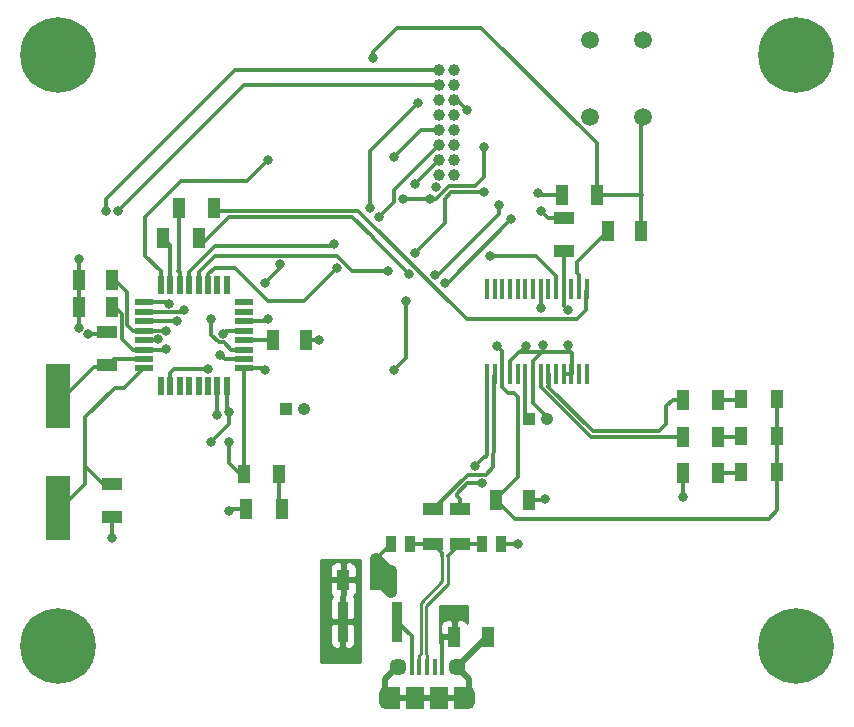
<source format=gtl>
G04 #@! TF.GenerationSoftware,KiCad,Pcbnew,(5.1.9)-1*
G04 #@! TF.CreationDate,2021-05-02T01:08:58+02:00*
G04 #@! TF.ProjectId,atmega32,61746d65-6761-4333-922e-6b696361645f,rev?*
G04 #@! TF.SameCoordinates,Original*
G04 #@! TF.FileFunction,Copper,L1,Top*
G04 #@! TF.FilePolarity,Positive*
%FSLAX46Y46*%
G04 Gerber Fmt 4.6, Leading zero omitted, Abs format (unit mm)*
G04 Created by KiCad (PCBNEW (5.1.9)-1) date 2021-05-02 01:08:58*
%MOMM*%
%LPD*%
G01*
G04 APERTURE LIST*
G04 #@! TA.AperFunction,ComponentPad*
%ADD10C,1.500000*%
G04 #@! TD*
G04 #@! TA.AperFunction,SMDPad,CuDef*
%ADD11R,1.020000X1.820000*%
G04 #@! TD*
G04 #@! TA.AperFunction,ComponentPad*
%ADD12R,1.050000X1.050000*%
G04 #@! TD*
G04 #@! TA.AperFunction,ComponentPad*
%ADD13C,1.050000*%
G04 #@! TD*
G04 #@! TA.AperFunction,SMDPad,CuDef*
%ADD14R,2.000000X5.500000*%
G04 #@! TD*
G04 #@! TA.AperFunction,SMDPad,CuDef*
%ADD15R,1.820000X1.020000*%
G04 #@! TD*
G04 #@! TA.AperFunction,SMDPad,CuDef*
%ADD16R,1.050000X1.800000*%
G04 #@! TD*
G04 #@! TA.AperFunction,SMDPad,CuDef*
%ADD17R,1.100000X1.550000*%
G04 #@! TD*
G04 #@! TA.AperFunction,ComponentPad*
%ADD18C,1.000000*%
G04 #@! TD*
G04 #@! TA.AperFunction,ComponentPad*
%ADD19C,0.800000*%
G04 #@! TD*
G04 #@! TA.AperFunction,ComponentPad*
%ADD20C,6.400000*%
G04 #@! TD*
G04 #@! TA.AperFunction,SMDPad,CuDef*
%ADD21R,1.700000X1.100000*%
G04 #@! TD*
G04 #@! TA.AperFunction,SMDPad,CuDef*
%ADD22R,1.100000X1.700000*%
G04 #@! TD*
G04 #@! TA.AperFunction,SMDPad,CuDef*
%ADD23R,0.850000X3.430000*%
G04 #@! TD*
G04 #@! TA.AperFunction,SMDPad,CuDef*
%ADD24R,0.960000X1.390000*%
G04 #@! TD*
G04 #@! TA.AperFunction,SMDPad,CuDef*
%ADD25R,0.450000X1.750000*%
G04 #@! TD*
G04 #@! TA.AperFunction,SMDPad,CuDef*
%ADD26R,0.550000X1.600000*%
G04 #@! TD*
G04 #@! TA.AperFunction,SMDPad,CuDef*
%ADD27R,1.600000X0.550000*%
G04 #@! TD*
G04 #@! TA.AperFunction,SMDPad,CuDef*
%ADD28R,1.200000X1.900000*%
G04 #@! TD*
G04 #@! TA.AperFunction,ComponentPad*
%ADD29O,1.200000X1.900000*%
G04 #@! TD*
G04 #@! TA.AperFunction,SMDPad,CuDef*
%ADD30R,1.500000X1.900000*%
G04 #@! TD*
G04 #@! TA.AperFunction,ComponentPad*
%ADD31C,1.450000*%
G04 #@! TD*
G04 #@! TA.AperFunction,SMDPad,CuDef*
%ADD32R,0.400000X1.350000*%
G04 #@! TD*
G04 #@! TA.AperFunction,ViaPad*
%ADD33C,0.800000*%
G04 #@! TD*
G04 #@! TA.AperFunction,Conductor*
%ADD34C,0.500000*%
G04 #@! TD*
G04 #@! TA.AperFunction,Conductor*
%ADD35C,0.300000*%
G04 #@! TD*
G04 #@! TA.AperFunction,Conductor*
%ADD36C,0.261112*%
G04 #@! TD*
G04 #@! TA.AperFunction,Conductor*
%ADD37C,1.000000*%
G04 #@! TD*
G04 #@! TA.AperFunction,Conductor*
%ADD38C,0.254000*%
G04 #@! TD*
G04 #@! TA.AperFunction,Conductor*
%ADD39C,0.100000*%
G04 #@! TD*
G04 APERTURE END LIST*
D10*
X147610000Y-102310000D03*
X147610000Y-95810000D03*
X152110000Y-102310000D03*
X152110000Y-95810000D03*
D11*
X123574000Y-121158000D03*
X120774000Y-121158000D03*
X104394000Y-118364000D03*
X107194000Y-118364000D03*
X104388000Y-116078000D03*
X107188000Y-116078000D03*
D12*
X121920000Y-127000000D03*
D13*
X123420000Y-127000000D03*
D14*
X102630000Y-125900000D03*
X102630000Y-135400000D03*
D15*
X106770000Y-123320000D03*
X106770000Y-120520000D03*
X107188000Y-133350000D03*
X107188000Y-136150000D03*
D16*
X121555000Y-135500000D03*
X118555000Y-135500000D03*
D17*
X118330000Y-132530000D03*
X121330000Y-132530000D03*
D16*
X148240000Y-108960000D03*
X145240000Y-108960000D03*
D11*
X151990000Y-111980000D03*
X149190000Y-111980000D03*
D16*
X111506000Y-112522000D03*
X114506000Y-112522000D03*
X112824000Y-109982000D03*
X115824000Y-109982000D03*
D11*
X139680000Y-134710000D03*
X142480000Y-134710000D03*
D16*
X155490000Y-132485000D03*
X158490000Y-132485000D03*
D17*
X163450000Y-132410000D03*
X160450000Y-132410000D03*
D12*
X142490000Y-127880000D03*
D13*
X143990000Y-127880000D03*
D18*
X136144000Y-107188000D03*
X134874000Y-107188000D03*
X136144000Y-105918000D03*
X134874000Y-105918000D03*
X136144000Y-104648000D03*
X134874000Y-104648000D03*
X136144000Y-103378000D03*
X134874000Y-103378000D03*
X136144000Y-102108000D03*
X134874000Y-102108000D03*
X136144000Y-100838000D03*
X134874000Y-100838000D03*
X136144000Y-99568000D03*
X134874000Y-99568000D03*
X136144000Y-98298000D03*
X134874000Y-98298000D03*
D19*
X166797056Y-145368944D03*
X165100000Y-144666000D03*
X163402944Y-145368944D03*
X162700000Y-147066000D03*
X163402944Y-148763056D03*
X165100000Y-149466000D03*
X166797056Y-148763056D03*
X167500000Y-147066000D03*
D20*
X165100000Y-147066000D03*
D19*
X166797056Y-95368944D03*
X165100000Y-94666000D03*
X163402944Y-95368944D03*
X162700000Y-97066000D03*
X163402944Y-98763056D03*
X165100000Y-99466000D03*
X166797056Y-98763056D03*
X167500000Y-97066000D03*
D20*
X165100000Y-97066000D03*
D19*
X104313056Y-145368944D03*
X102616000Y-144666000D03*
X100918944Y-145368944D03*
X100216000Y-147066000D03*
X100918944Y-148763056D03*
X102616000Y-149466000D03*
X104313056Y-148763056D03*
X105016000Y-147066000D03*
D20*
X102616000Y-147066000D03*
D19*
X104313056Y-95368944D03*
X102616000Y-94666000D03*
X100918944Y-95368944D03*
X100216000Y-97066000D03*
X100918944Y-98763056D03*
X102616000Y-99466000D03*
X104313056Y-98763056D03*
X105016000Y-97066000D03*
D20*
X102616000Y-97066000D03*
D21*
X136652000Y-138430000D03*
X136652000Y-135530000D03*
X134366000Y-138430000D03*
X134366000Y-135530000D03*
D22*
X136144000Y-146304000D03*
X139044000Y-146304000D03*
D23*
X131318000Y-145034000D03*
X126718000Y-145034000D03*
D15*
X145420000Y-113640000D03*
X145420000Y-110840000D03*
D11*
X126746000Y-141478000D03*
X129546000Y-141478000D03*
D24*
X140120000Y-138440000D03*
X138500000Y-138440000D03*
X130762000Y-138430000D03*
X132382000Y-138430000D03*
D16*
X155490000Y-129367500D03*
X158490000Y-129367500D03*
X155490000Y-126250000D03*
X158490000Y-126250000D03*
D25*
X147375000Y-124040000D03*
X146725000Y-124040000D03*
X146075000Y-124040000D03*
X145425000Y-124040000D03*
X144775000Y-124040000D03*
X144125000Y-124040000D03*
X143475000Y-124040000D03*
X142825000Y-124040000D03*
X142175000Y-124040000D03*
X141525000Y-124040000D03*
X140875000Y-124040000D03*
X140225000Y-124040000D03*
X139575000Y-124040000D03*
X138925000Y-124040000D03*
X138925000Y-116840000D03*
X139575000Y-116840000D03*
X140225000Y-116840000D03*
X140875000Y-116840000D03*
X141525000Y-116840000D03*
X142175000Y-116840000D03*
X142825000Y-116840000D03*
X143475000Y-116840000D03*
X144125000Y-116840000D03*
X144775000Y-116840000D03*
X145425000Y-116840000D03*
X146075000Y-116840000D03*
X146725000Y-116840000D03*
X147375000Y-116840000D03*
D17*
X163450000Y-129292500D03*
X160450000Y-129292500D03*
D26*
X111300000Y-116550000D03*
X112100000Y-116550000D03*
X112900000Y-116550000D03*
X113700000Y-116550000D03*
X114500000Y-116550000D03*
X115300000Y-116550000D03*
X116100000Y-116550000D03*
X116900000Y-116550000D03*
D27*
X118350000Y-118000000D03*
X118350000Y-118800000D03*
X118350000Y-119600000D03*
X118350000Y-120400000D03*
X118350000Y-121200000D03*
X118350000Y-122000000D03*
X118350000Y-122800000D03*
X118350000Y-123600000D03*
D26*
X116900000Y-125050000D03*
X116100000Y-125050000D03*
X115300000Y-125050000D03*
X114500000Y-125050000D03*
X113700000Y-125050000D03*
X112900000Y-125050000D03*
X112100000Y-125050000D03*
X111300000Y-125050000D03*
D27*
X109850000Y-123600000D03*
X109850000Y-122800000D03*
X109850000Y-122000000D03*
X109850000Y-121200000D03*
X109850000Y-120400000D03*
X109850000Y-119600000D03*
X109850000Y-118800000D03*
X109850000Y-118000000D03*
D28*
X130958000Y-151544000D03*
X136758000Y-151544000D03*
D29*
X137358000Y-151544000D03*
X130358000Y-151544000D03*
D30*
X132858000Y-151544000D03*
D31*
X136358000Y-148844000D03*
D32*
X133858000Y-148844000D03*
X134508000Y-148844000D03*
X135158000Y-148844000D03*
X132558000Y-148844000D03*
X133208000Y-148844000D03*
D31*
X131358000Y-148844000D03*
D30*
X134858000Y-151544000D03*
D17*
X163450000Y-126175000D03*
X160450000Y-126175000D03*
D33*
X107188000Y-137922000D03*
X105156000Y-120650000D03*
X104394000Y-120142000D03*
X104394000Y-114300000D03*
X141540000Y-138470000D03*
X155480000Y-134500000D03*
X130810000Y-140716000D03*
X130810000Y-142494000D03*
X129540000Y-139700000D03*
X138463950Y-133338000D03*
X137922000Y-131826000D03*
X139780000Y-121710000D03*
X132311669Y-115592331D03*
X139192000Y-114046000D03*
X133096000Y-101092000D03*
X129286000Y-97282000D03*
X125984000Y-113030000D03*
X129032000Y-109982000D03*
X120142000Y-123698000D03*
X107696000Y-110236000D03*
X117094000Y-129794000D03*
X116078000Y-127508000D03*
X117094000Y-127254000D03*
X106680000Y-110236000D03*
X115570000Y-129794000D03*
X136144000Y-146304000D03*
X135450000Y-144460000D03*
X136730000Y-144380000D03*
X143820000Y-134690000D03*
X142230000Y-121720000D03*
X143690000Y-121650000D03*
X145820000Y-121610000D03*
X143480000Y-118460000D03*
X116586000Y-120650000D03*
X111061202Y-121150000D03*
X112706932Y-119610001D03*
X124714000Y-121158000D03*
X117094000Y-135636000D03*
X143510000Y-110236000D03*
X137264669Y-101749331D03*
X134620000Y-108204000D03*
X138706331Y-108689669D03*
X132842000Y-113792000D03*
X130556000Y-115316000D03*
X113284000Y-118618000D03*
X129794000Y-110744000D03*
X139954000Y-109728000D03*
X134515331Y-115674669D03*
X115316000Y-123649998D03*
X131064000Y-123698000D03*
X132080000Y-117856000D03*
X120396000Y-119380000D03*
X140992331Y-110975669D03*
X135382000Y-116332000D03*
X115570000Y-119380000D03*
X121412000Y-114796000D03*
X120106108Y-116367892D03*
X131064000Y-105664000D03*
X112014000Y-118110000D03*
X138706331Y-104879669D03*
X134112000Y-109220000D03*
X131826000Y-109220000D03*
X120396000Y-105918000D03*
X132842000Y-107950000D03*
X126215669Y-115084331D03*
X125270000Y-142187500D03*
X125270000Y-145882500D03*
X125270000Y-147730000D03*
X126730000Y-147750000D03*
X125270000Y-144035000D03*
X125270000Y-140340000D03*
X145780000Y-118680000D03*
X111760000Y-120396000D03*
X111760000Y-121920000D03*
X116332000Y-122428000D03*
X143256000Y-108712000D03*
D34*
X139044000Y-146304000D02*
X138938000Y-146304000D01*
X138938000Y-146304000D02*
X136398000Y-148844000D01*
X136398000Y-148844000D02*
X137414000Y-149860000D01*
X137414000Y-149860000D02*
X137414000Y-151638000D01*
X137358000Y-151544000D02*
X130396000Y-151544000D01*
X130396000Y-151544000D02*
X130302000Y-151450000D01*
X130302000Y-151450000D02*
X130302000Y-149860000D01*
X130302000Y-149860000D02*
X131318000Y-148844000D01*
D35*
X158490000Y-126250000D02*
X160260000Y-126250000D01*
X158490000Y-129367500D02*
X160402500Y-129367500D01*
X154665000Y-126250000D02*
X154120000Y-126795000D01*
X155490000Y-126250000D02*
X154665000Y-126250000D01*
X154120000Y-128320000D02*
X153510010Y-128929990D01*
X154120000Y-126795000D02*
X154120000Y-128320000D01*
X153510010Y-128929990D02*
X147897110Y-128929990D01*
X147897110Y-128929990D02*
X144123560Y-125156440D01*
X144123560Y-125156440D02*
X144130000Y-125150000D01*
X144130000Y-125100000D02*
X144160000Y-125070000D01*
X144130000Y-125150000D02*
X144130000Y-125100000D01*
X144160000Y-125070000D02*
X144160000Y-124050000D01*
X143475000Y-125215000D02*
X147690000Y-129430000D01*
X143475000Y-124040000D02*
X143475000Y-125215000D01*
X147690000Y-129430000D02*
X155450000Y-129430000D01*
D36*
X133765156Y-143677164D02*
X135614156Y-141828164D01*
X135614156Y-141828164D02*
X135614156Y-140462550D01*
X133858000Y-147831499D02*
X133765156Y-147738655D01*
X133765156Y-147738655D02*
X133765156Y-143677164D01*
X133858000Y-148844000D02*
X133858000Y-147831499D01*
X135614156Y-140462550D02*
X135614156Y-139510086D01*
D35*
X136652000Y-138430000D02*
X135636000Y-139446000D01*
X138500000Y-138440000D02*
X136662000Y-138440000D01*
X136662000Y-138440000D02*
X136672000Y-138430000D01*
D36*
X135149844Y-141635836D02*
X135149844Y-140654878D01*
X133208000Y-147831499D02*
X133300844Y-147738655D01*
X133300844Y-143484836D02*
X135149844Y-141635836D01*
X133208000Y-148844000D02*
X133208000Y-147831499D01*
X133300844Y-147738655D02*
X133300844Y-143484836D01*
X135149844Y-140654878D02*
X135149844Y-139510086D01*
D35*
X134366000Y-138430000D02*
X135128000Y-139192000D01*
X135133590Y-139493832D02*
X135133590Y-139510086D01*
X135128000Y-139488242D02*
X135133590Y-139493832D01*
X135128000Y-139192000D02*
X135128000Y-139488242D01*
X134366000Y-138430000D02*
X132334000Y-138430000D01*
X132558000Y-148844000D02*
X132558000Y-146274000D01*
X132558000Y-146274000D02*
X131318000Y-145034000D01*
X134366000Y-135530000D02*
X137308000Y-132588000D01*
X138822002Y-132588000D02*
X139446000Y-131964002D01*
X137308000Y-132588000D02*
X138822002Y-132588000D01*
X139446000Y-131964002D02*
X139446000Y-131826000D01*
X139446000Y-131826000D02*
X139446000Y-130810000D01*
X139446000Y-130810000D02*
X139560000Y-130696000D01*
X139560000Y-130696000D02*
X139560000Y-125420000D01*
X139560000Y-125420000D02*
X139560000Y-124230000D01*
X136652000Y-135530000D02*
X136652000Y-134874000D01*
X136652000Y-134874000D02*
X136652000Y-134620000D01*
X136398000Y-134366000D02*
X136398000Y-134205120D01*
X136652000Y-134620000D02*
X136398000Y-134366000D01*
X137265120Y-133338000D02*
X138463950Y-133338000D01*
X136398000Y-134205120D02*
X137265120Y-133338000D01*
X137922000Y-131826000D02*
X138684000Y-131064000D01*
X138938000Y-127612000D02*
X138920000Y-127594000D01*
X138920000Y-127594000D02*
X138920000Y-124060000D01*
X138945990Y-130944010D02*
X138945990Y-130602890D01*
X138826000Y-131064000D02*
X138945990Y-130944010D01*
X138684000Y-131064000D02*
X138826000Y-131064000D01*
X138920000Y-130576900D02*
X138920000Y-127594000D01*
X138945990Y-130602890D02*
X138920000Y-130576900D01*
X139680000Y-134710000D02*
X141320000Y-136350000D01*
X141320000Y-136350000D02*
X162760000Y-136350000D01*
X162760000Y-136350000D02*
X163490000Y-135620000D01*
X163490000Y-135620000D02*
X163490000Y-129230000D01*
X163490000Y-129230000D02*
X163530000Y-129190000D01*
X163450000Y-129292500D02*
X163450000Y-126210000D01*
X140225000Y-125215000D02*
X140710000Y-125700000D01*
X140225000Y-124040000D02*
X140225000Y-125215000D01*
X140710000Y-125700000D02*
X141210000Y-125700000D01*
X141210000Y-125700000D02*
X141560000Y-126050000D01*
X141560000Y-126050000D02*
X141560000Y-132810000D01*
X141560000Y-132810000D02*
X139810000Y-134560000D01*
X140225000Y-122155000D02*
X139780000Y-121710000D01*
X140225000Y-124040000D02*
X140225000Y-122155000D01*
X158490000Y-132485000D02*
X160525000Y-132485000D01*
X112900000Y-115450000D02*
X112776000Y-115326000D01*
X112900000Y-116550000D02*
X112900000Y-115450000D01*
X112824000Y-115374000D02*
X112900000Y-115450000D01*
X112824000Y-110236000D02*
X112824000Y-115374000D01*
X115824000Y-110236000D02*
X128016000Y-110236000D01*
X137210001Y-119430001D02*
X146507999Y-119430001D01*
X128016000Y-110236000D02*
X137210001Y-119430001D01*
X146507999Y-119430001D02*
X147320000Y-118618000D01*
X147320000Y-117094000D02*
X147300001Y-117074001D01*
X147320000Y-118618000D02*
X147320000Y-117094000D01*
X112100000Y-116550000D02*
X112100000Y-113116000D01*
X112100000Y-113116000D02*
X111506000Y-112522000D01*
X144775000Y-116840000D02*
X144775000Y-115759998D01*
X129241338Y-112522000D02*
X132311669Y-115592331D01*
X143061002Y-114046000D02*
X143666501Y-114651499D01*
X139192000Y-114046000D02*
X143061002Y-114046000D01*
X144775000Y-115759998D02*
X143666501Y-114651499D01*
X129241338Y-112522000D02*
X129241338Y-112477338D01*
X129241338Y-112477338D02*
X127508000Y-110744000D01*
X127508000Y-110744000D02*
X117094000Y-110744000D01*
X117094000Y-110744000D02*
X115062000Y-112776000D01*
X115062000Y-112776000D02*
X114808000Y-112776000D01*
X151990000Y-111980000D02*
X151990000Y-109010000D01*
X148240000Y-108960000D02*
X152050000Y-108960000D01*
X151990000Y-102540000D02*
X151990000Y-109180000D01*
X115878000Y-113272000D02*
X120996230Y-113272000D01*
X113700000Y-115450000D02*
X115878000Y-113272000D01*
X113700000Y-116550000D02*
X113700000Y-115450000D01*
X129032000Y-105156000D02*
X129032000Y-109982000D01*
X133096000Y-101092000D02*
X129032000Y-105156000D01*
X148240000Y-108960000D02*
X148240000Y-104552000D01*
X148240000Y-104552000D02*
X138430000Y-94742000D01*
X138430000Y-94742000D02*
X131318000Y-94742000D01*
X129286000Y-96774000D02*
X129286000Y-97282000D01*
X131318000Y-94742000D02*
X129286000Y-96774000D01*
X120996230Y-113272000D02*
X125718000Y-113272000D01*
X125742000Y-113272000D02*
X125984000Y-113030000D01*
X125718000Y-113272000D02*
X125742000Y-113272000D01*
X149190000Y-111980000D02*
X148980000Y-111980000D01*
X146510000Y-115544998D02*
X146690000Y-115724998D01*
X146510000Y-114600002D02*
X146510000Y-115544998D01*
X148980000Y-112130002D02*
X146510000Y-114600002D01*
X148980000Y-111980000D02*
X148980000Y-112130002D01*
X146690000Y-115724998D02*
X146690000Y-116730000D01*
X118350000Y-123600000D02*
X118350000Y-132574000D01*
X118350000Y-123600000D02*
X119450000Y-123600000D01*
X120044000Y-123600000D02*
X120142000Y-123698000D01*
X119450000Y-123600000D02*
X120044000Y-123600000D01*
X118364000Y-99568000D02*
X107696000Y-110236000D01*
X134874000Y-99568000D02*
X118364000Y-99568000D01*
X117094000Y-129794000D02*
X117094000Y-131572000D01*
X117094000Y-131572000D02*
X117856000Y-132334000D01*
X117856000Y-132334000D02*
X118364000Y-132334000D01*
X121330000Y-132530000D02*
X121330000Y-135046000D01*
X116100000Y-127486000D02*
X116078000Y-127508000D01*
X116100000Y-125050000D02*
X116100000Y-127486000D01*
X109850000Y-123600000D02*
X108228000Y-125222000D01*
X107429998Y-125222000D02*
X104902000Y-127749998D01*
X108228000Y-125222000D02*
X107429998Y-125222000D01*
X106426000Y-133350000D02*
X104902000Y-131826000D01*
X107188000Y-133350000D02*
X106426000Y-133350000D01*
X104902000Y-131826000D02*
X104902000Y-132842000D01*
X104902000Y-127749998D02*
X104902000Y-131826000D01*
X104902000Y-133096000D02*
X104902000Y-133350000D01*
X104902000Y-132842000D02*
X104902000Y-133096000D01*
X104902000Y-133350000D02*
X102870000Y-135382000D01*
X109850000Y-122800000D02*
X107324000Y-122800000D01*
X107324000Y-122800000D02*
X106680000Y-123444000D01*
X106680000Y-123444000D02*
X105664000Y-123444000D01*
X105664000Y-123444000D02*
X102870000Y-126238000D01*
X116900000Y-127060000D02*
X117094000Y-127254000D01*
X116900000Y-125050000D02*
X116900000Y-127060000D01*
X134874000Y-98298000D02*
X117602000Y-98298000D01*
X106680000Y-109220000D02*
X106680000Y-110236000D01*
X117602000Y-98298000D02*
X106680000Y-109220000D01*
X117094000Y-128270000D02*
X117094000Y-127254000D01*
X115570000Y-129794000D02*
X117094000Y-128270000D01*
X129540000Y-139700000D02*
X129540000Y-141478000D01*
D37*
X130810000Y-142494000D02*
X130810000Y-140716000D01*
X130556000Y-140716000D02*
X129540000Y-139700000D01*
X130810000Y-140716000D02*
X130556000Y-140716000D01*
X129540000Y-139700000D02*
X129540000Y-141732000D01*
X130810000Y-140716000D02*
X129794000Y-141732000D01*
X129794000Y-141732000D02*
X129540000Y-141732000D01*
X130048000Y-141732000D02*
X130810000Y-142494000D01*
X129540000Y-141732000D02*
X130048000Y-141732000D01*
D35*
X135294000Y-146304000D02*
X135128000Y-146470000D01*
X136144000Y-146304000D02*
X136144000Y-146304000D01*
X135128000Y-146470000D02*
X135128000Y-149098000D01*
X155480000Y-134500000D02*
X155480000Y-132410000D01*
X136144000Y-146304000D02*
X135294000Y-146304000D01*
X143800000Y-134710000D02*
X143820000Y-134690000D01*
X142480000Y-134710000D02*
X143800000Y-134710000D01*
X141540000Y-138470000D02*
X140380000Y-138470000D01*
X140380000Y-138470000D02*
X140340000Y-138510000D01*
X140340000Y-138510000D02*
X140290000Y-138460000D01*
X130762000Y-138478000D02*
X129540000Y-139700000D01*
X130762000Y-138430000D02*
X130762000Y-138478000D01*
X142825000Y-126534998D02*
X143980000Y-127689998D01*
X142825000Y-124040000D02*
X142825000Y-126534998D01*
X145425000Y-124040000D02*
X146100000Y-124040000D01*
X146100000Y-124040000D02*
X146120000Y-124020000D01*
X146120000Y-124020000D02*
X146120000Y-122440000D01*
X146120000Y-122440000D02*
X146120000Y-122330000D01*
X146120000Y-122330000D02*
X146000000Y-122210000D01*
X141650000Y-122210000D02*
X140900000Y-122960000D01*
X140900000Y-122960000D02*
X140900000Y-124000000D01*
X142825000Y-122945000D02*
X143560000Y-122210000D01*
X142825000Y-124040000D02*
X142825000Y-122945000D01*
X143560000Y-122210000D02*
X141650000Y-122210000D01*
X146000000Y-122210000D02*
X143560000Y-122210000D01*
X143980000Y-127689998D02*
X143980000Y-127689998D01*
X143690000Y-122080000D02*
X143560000Y-122210000D01*
X143690000Y-121650000D02*
X143690000Y-122080000D01*
X145820000Y-122030000D02*
X146000000Y-122210000D01*
X145820000Y-121610000D02*
X145820000Y-122030000D01*
X141740000Y-122210000D02*
X141650000Y-122210000D01*
X142230000Y-121720000D02*
X141740000Y-122210000D01*
X143480000Y-118460000D02*
X143480000Y-116950000D01*
X116836000Y-120400000D02*
X116586000Y-120650000D01*
X118350000Y-120400000D02*
X116836000Y-120400000D01*
X104388000Y-114306000D02*
X104394000Y-114300000D01*
X104388000Y-116078000D02*
X104388000Y-114306000D01*
X104388000Y-116078000D02*
X104388000Y-118612000D01*
X104388000Y-118612000D02*
X104394000Y-118618000D01*
X104394000Y-118618000D02*
X104394000Y-120142000D01*
X105156000Y-120650000D02*
X106680000Y-120650000D01*
X104394000Y-118618000D02*
X104394000Y-118618000D01*
X111011202Y-121200000D02*
X111061202Y-121150000D01*
X109850000Y-121200000D02*
X111011202Y-121200000D01*
X107188000Y-137922000D02*
X107188000Y-136144000D01*
X112696931Y-119600000D02*
X112706932Y-119610001D01*
X109850000Y-119600000D02*
X112696931Y-119600000D01*
X123574000Y-121158000D02*
X124714000Y-121158000D01*
X117230000Y-135500000D02*
X117094000Y-135636000D01*
X118555000Y-135500000D02*
X117230000Y-135500000D01*
X144114000Y-110840000D02*
X143510000Y-110236000D01*
X145420000Y-110840000D02*
X144114000Y-110840000D01*
X136353338Y-100838000D02*
X137264669Y-101749331D01*
X136144000Y-100838000D02*
X136353338Y-100838000D01*
X118350000Y-121200000D02*
X120862000Y-121200000D01*
X115904000Y-114046000D02*
X120142000Y-114046000D01*
X114500000Y-115450000D02*
X115904000Y-114046000D01*
X114500000Y-116550000D02*
X114500000Y-115450000D01*
X138706331Y-108689669D02*
X135912331Y-108689669D01*
X135912331Y-108689669D02*
X135382000Y-109220000D01*
X135382000Y-111252000D02*
X132842000Y-113792000D01*
X135382000Y-109220000D02*
X135382000Y-111252000D01*
X120142000Y-114046000D02*
X125730000Y-114046000D01*
X125730000Y-114046000D02*
X126238000Y-114046000D01*
X126238000Y-114046000D02*
X127508000Y-115316000D01*
X127508000Y-115316000D02*
X130556000Y-115316000D01*
X113041999Y-118860001D02*
X113284000Y-118618000D01*
X109910001Y-118860001D02*
X113041999Y-118860001D01*
X109850000Y-118800000D02*
X109910001Y-118860001D01*
X134874000Y-104648000D02*
X131064000Y-108458000D01*
X131064000Y-109474000D02*
X129794000Y-110744000D01*
X131064000Y-108458000D02*
X131064000Y-109474000D01*
X112400002Y-123649998D02*
X113792000Y-123649998D01*
X112100000Y-123950000D02*
X112400002Y-123649998D01*
X112100000Y-125050000D02*
X112100000Y-123950000D01*
X139954000Y-109728000D02*
X139954000Y-110490000D01*
X134769331Y-115674669D02*
X134515331Y-115674669D01*
X139954000Y-110490000D02*
X134769331Y-115674669D01*
X113792000Y-123649998D02*
X115316000Y-123649998D01*
X132080000Y-122682000D02*
X132080000Y-117856000D01*
X131064000Y-123698000D02*
X132080000Y-122682000D01*
X120176000Y-119600000D02*
X120396000Y-119380000D01*
X118350000Y-119600000D02*
X120176000Y-119600000D01*
X135636000Y-116332000D02*
X135382000Y-116332000D01*
X140992331Y-110975669D02*
X135636000Y-116332000D01*
X115570000Y-120744002D02*
X115570000Y-119380000D01*
X116225999Y-121400001D02*
X115570000Y-120744002D01*
X116650001Y-121400001D02*
X116225999Y-121400001D01*
X117250000Y-122000000D02*
X116650001Y-121400001D01*
X118350000Y-122000000D02*
X117250000Y-122000000D01*
X121412000Y-115062000D02*
X120106108Y-116367892D01*
X121412000Y-114796000D02*
X121412000Y-115062000D01*
X133350000Y-103378000D02*
X134112000Y-103378000D01*
X131064000Y-105664000D02*
X133350000Y-103378000D01*
X134874000Y-103378000D02*
X134112000Y-103378000D01*
X111904000Y-118000000D02*
X112014000Y-118110000D01*
X109850000Y-118000000D02*
X111904000Y-118000000D01*
X138706331Y-107419669D02*
X137936341Y-108189659D01*
X138706331Y-104879669D02*
X138706331Y-107419669D01*
X135705221Y-108189659D02*
X134620000Y-109274880D01*
X137936341Y-108189659D02*
X135705221Y-108189659D01*
X134166880Y-109274880D02*
X134112000Y-109220000D01*
X134620000Y-109274880D02*
X134166880Y-109274880D01*
X131826000Y-109220000D02*
X134112000Y-109220000D01*
X111300000Y-116550000D02*
X111300000Y-115364000D01*
X111300000Y-115364000D02*
X109982000Y-114046000D01*
X109982000Y-110768998D02*
X113054998Y-107696000D01*
X109982000Y-114046000D02*
X109982000Y-110768998D01*
X118618000Y-107696000D02*
X118364000Y-107696000D01*
X120396000Y-105918000D02*
X118618000Y-107696000D01*
X113054998Y-107696000D02*
X118364000Y-107696000D01*
X132842000Y-107950000D02*
X134874000Y-105918000D01*
X126215669Y-115084331D02*
X126193338Y-115062000D01*
X120396000Y-117856000D02*
X123444000Y-117856000D01*
X123444000Y-117856000D02*
X124460000Y-116840000D01*
X117602000Y-115062000D02*
X120396000Y-117856000D01*
X115300000Y-115644998D02*
X115882998Y-115062000D01*
X124460000Y-116840000D02*
X126215669Y-115084331D01*
X115882998Y-115062000D02*
X117602000Y-115062000D01*
X115300000Y-116550000D02*
X115300000Y-115644998D01*
X126718000Y-145034000D02*
X126718000Y-145034000D01*
X126718000Y-141532000D02*
X126718000Y-141506000D01*
X126718000Y-145034000D02*
X126718000Y-141532000D01*
X142175000Y-124040000D02*
X142175000Y-127435000D01*
X142175000Y-127435000D02*
X142520000Y-127780000D01*
X145425000Y-116840000D02*
X145425000Y-113795000D01*
X145425000Y-113795000D02*
X145425000Y-113795000D01*
X145425000Y-118325000D02*
X145780000Y-118680000D01*
X145425000Y-116840000D02*
X145425000Y-118325000D01*
X108944998Y-120400000D02*
X108458000Y-119913002D01*
X109850000Y-120400000D02*
X108944998Y-120400000D01*
X108458000Y-119913002D02*
X108458000Y-117094000D01*
X108458000Y-117094000D02*
X107442000Y-116078000D01*
X108030001Y-121085003D02*
X108030001Y-118952001D01*
X108944998Y-122000000D02*
X108030001Y-121085003D01*
X109850000Y-122000000D02*
X108944998Y-122000000D01*
X108030001Y-118952001D02*
X107442000Y-118364000D01*
X111756000Y-120400000D02*
X111760000Y-120396000D01*
X109850000Y-120400000D02*
X111756000Y-120400000D01*
X111680000Y-122000000D02*
X111760000Y-121920000D01*
X109850000Y-122000000D02*
X111680000Y-122000000D01*
X116704000Y-122800000D02*
X116332000Y-122428000D01*
X118350000Y-122800000D02*
X116704000Y-122800000D01*
X143504000Y-108960000D02*
X143256000Y-108712000D01*
X145240000Y-108960000D02*
X143504000Y-108960000D01*
D38*
X128143000Y-148463000D02*
X124841000Y-148463000D01*
X124841000Y-146749000D01*
X125654928Y-146749000D01*
X125667188Y-146873482D01*
X125703498Y-146993180D01*
X125762463Y-147103494D01*
X125841815Y-147200185D01*
X125938506Y-147279537D01*
X126048820Y-147338502D01*
X126168518Y-147374812D01*
X126293000Y-147387072D01*
X126432250Y-147384000D01*
X126591000Y-147225250D01*
X126591000Y-145161000D01*
X126845000Y-145161000D01*
X126845000Y-147225250D01*
X127003750Y-147384000D01*
X127143000Y-147387072D01*
X127267482Y-147374812D01*
X127387180Y-147338502D01*
X127497494Y-147279537D01*
X127594185Y-147200185D01*
X127673537Y-147103494D01*
X127732502Y-146993180D01*
X127768812Y-146873482D01*
X127781072Y-146749000D01*
X127778000Y-145319750D01*
X127619250Y-145161000D01*
X126845000Y-145161000D01*
X126591000Y-145161000D01*
X125816750Y-145161000D01*
X125658000Y-145319750D01*
X125654928Y-146749000D01*
X124841000Y-146749000D01*
X124841000Y-142388000D01*
X125597928Y-142388000D01*
X125610188Y-142512482D01*
X125646498Y-142632180D01*
X125705463Y-142742494D01*
X125784815Y-142839185D01*
X125832915Y-142878660D01*
X125762463Y-142964506D01*
X125703498Y-143074820D01*
X125667188Y-143194518D01*
X125654928Y-143319000D01*
X125658000Y-144748250D01*
X125816750Y-144907000D01*
X126591000Y-144907000D01*
X126591000Y-142892250D01*
X126619000Y-142864250D01*
X126619000Y-142842750D01*
X126845000Y-142842750D01*
X126845000Y-144907000D01*
X127619250Y-144907000D01*
X127778000Y-144748250D01*
X127781072Y-143319000D01*
X127768812Y-143194518D01*
X127732502Y-143074820D01*
X127673537Y-142964506D01*
X127625622Y-142906122D01*
X127707185Y-142839185D01*
X127786537Y-142742494D01*
X127845502Y-142632180D01*
X127881812Y-142512482D01*
X127894072Y-142388000D01*
X127891000Y-141763750D01*
X127732250Y-141605000D01*
X126873000Y-141605000D01*
X126873000Y-142814750D01*
X126845000Y-142842750D01*
X126619000Y-142842750D01*
X126619000Y-141605000D01*
X125759750Y-141605000D01*
X125601000Y-141763750D01*
X125597928Y-142388000D01*
X124841000Y-142388000D01*
X124841000Y-140568000D01*
X125597928Y-140568000D01*
X125601000Y-141192250D01*
X125759750Y-141351000D01*
X126619000Y-141351000D01*
X126619000Y-140091750D01*
X126873000Y-140091750D01*
X126873000Y-141351000D01*
X127732250Y-141351000D01*
X127891000Y-141192250D01*
X127894072Y-140568000D01*
X127881812Y-140443518D01*
X127845502Y-140323820D01*
X127786537Y-140213506D01*
X127707185Y-140116815D01*
X127610494Y-140037463D01*
X127500180Y-139978498D01*
X127380482Y-139942188D01*
X127256000Y-139929928D01*
X127031750Y-139933000D01*
X126873000Y-140091750D01*
X126619000Y-140091750D01*
X126460250Y-139933000D01*
X126236000Y-139929928D01*
X126111518Y-139942188D01*
X125991820Y-139978498D01*
X125881506Y-140037463D01*
X125784815Y-140116815D01*
X125705463Y-140213506D01*
X125646498Y-140323820D01*
X125610188Y-140443518D01*
X125597928Y-140568000D01*
X124841000Y-140568000D01*
X124841000Y-139827000D01*
X128143000Y-139827000D01*
X128143000Y-148463000D01*
G04 #@! TA.AperFunction,Conductor*
D39*
G36*
X128143000Y-148463000D02*
G01*
X124841000Y-148463000D01*
X124841000Y-146749000D01*
X125654928Y-146749000D01*
X125667188Y-146873482D01*
X125703498Y-146993180D01*
X125762463Y-147103494D01*
X125841815Y-147200185D01*
X125938506Y-147279537D01*
X126048820Y-147338502D01*
X126168518Y-147374812D01*
X126293000Y-147387072D01*
X126432250Y-147384000D01*
X126591000Y-147225250D01*
X126591000Y-145161000D01*
X126845000Y-145161000D01*
X126845000Y-147225250D01*
X127003750Y-147384000D01*
X127143000Y-147387072D01*
X127267482Y-147374812D01*
X127387180Y-147338502D01*
X127497494Y-147279537D01*
X127594185Y-147200185D01*
X127673537Y-147103494D01*
X127732502Y-146993180D01*
X127768812Y-146873482D01*
X127781072Y-146749000D01*
X127778000Y-145319750D01*
X127619250Y-145161000D01*
X126845000Y-145161000D01*
X126591000Y-145161000D01*
X125816750Y-145161000D01*
X125658000Y-145319750D01*
X125654928Y-146749000D01*
X124841000Y-146749000D01*
X124841000Y-142388000D01*
X125597928Y-142388000D01*
X125610188Y-142512482D01*
X125646498Y-142632180D01*
X125705463Y-142742494D01*
X125784815Y-142839185D01*
X125832915Y-142878660D01*
X125762463Y-142964506D01*
X125703498Y-143074820D01*
X125667188Y-143194518D01*
X125654928Y-143319000D01*
X125658000Y-144748250D01*
X125816750Y-144907000D01*
X126591000Y-144907000D01*
X126591000Y-142892250D01*
X126619000Y-142864250D01*
X126619000Y-142842750D01*
X126845000Y-142842750D01*
X126845000Y-144907000D01*
X127619250Y-144907000D01*
X127778000Y-144748250D01*
X127781072Y-143319000D01*
X127768812Y-143194518D01*
X127732502Y-143074820D01*
X127673537Y-142964506D01*
X127625622Y-142906122D01*
X127707185Y-142839185D01*
X127786537Y-142742494D01*
X127845502Y-142632180D01*
X127881812Y-142512482D01*
X127894072Y-142388000D01*
X127891000Y-141763750D01*
X127732250Y-141605000D01*
X126873000Y-141605000D01*
X126873000Y-142814750D01*
X126845000Y-142842750D01*
X126619000Y-142842750D01*
X126619000Y-141605000D01*
X125759750Y-141605000D01*
X125601000Y-141763750D01*
X125597928Y-142388000D01*
X124841000Y-142388000D01*
X124841000Y-140568000D01*
X125597928Y-140568000D01*
X125601000Y-141192250D01*
X125759750Y-141351000D01*
X126619000Y-141351000D01*
X126619000Y-140091750D01*
X126873000Y-140091750D01*
X126873000Y-141351000D01*
X127732250Y-141351000D01*
X127891000Y-141192250D01*
X127894072Y-140568000D01*
X127881812Y-140443518D01*
X127845502Y-140323820D01*
X127786537Y-140213506D01*
X127707185Y-140116815D01*
X127610494Y-140037463D01*
X127500180Y-139978498D01*
X127380482Y-139942188D01*
X127256000Y-139929928D01*
X127031750Y-139933000D01*
X126873000Y-140091750D01*
X126619000Y-140091750D01*
X126460250Y-139933000D01*
X126236000Y-139929928D01*
X126111518Y-139942188D01*
X125991820Y-139978498D01*
X125881506Y-140037463D01*
X125784815Y-140116815D01*
X125705463Y-140213506D01*
X125646498Y-140323820D01*
X125610188Y-140443518D01*
X125597928Y-140568000D01*
X124841000Y-140568000D01*
X124841000Y-139827000D01*
X128143000Y-139827000D01*
X128143000Y-148463000D01*
G37*
G04 #@! TD.AperFunction*
D38*
X137263372Y-143696510D02*
X137267736Y-145180325D01*
X137224537Y-145099506D01*
X137145185Y-145002815D01*
X137048494Y-144923463D01*
X136938180Y-144864498D01*
X136818482Y-144828188D01*
X136694000Y-144815928D01*
X136429750Y-144819000D01*
X136271000Y-144977750D01*
X136271000Y-146177000D01*
X136291000Y-146177000D01*
X136291000Y-146431000D01*
X136271000Y-146431000D01*
X136271000Y-146451000D01*
X136017000Y-146451000D01*
X136017000Y-146431000D01*
X135117750Y-146431000D01*
X134959000Y-146589750D01*
X134957673Y-146833533D01*
X134937000Y-146833453D01*
X134937000Y-145454000D01*
X134955928Y-145454000D01*
X134959000Y-146018250D01*
X135117750Y-146177000D01*
X136017000Y-146177000D01*
X136017000Y-144977750D01*
X135858250Y-144819000D01*
X135594000Y-144815928D01*
X135469518Y-144828188D01*
X135349820Y-144864498D01*
X135239506Y-144923463D01*
X135142815Y-145002815D01*
X135063463Y-145099506D01*
X135004498Y-145209820D01*
X134968188Y-145329518D01*
X134955928Y-145454000D01*
X134937000Y-145454000D01*
X134937000Y-143687493D01*
X137263372Y-143696510D01*
G04 #@! TA.AperFunction,Conductor*
D39*
G36*
X137263372Y-143696510D02*
G01*
X137267736Y-145180325D01*
X137224537Y-145099506D01*
X137145185Y-145002815D01*
X137048494Y-144923463D01*
X136938180Y-144864498D01*
X136818482Y-144828188D01*
X136694000Y-144815928D01*
X136429750Y-144819000D01*
X136271000Y-144977750D01*
X136271000Y-146177000D01*
X136291000Y-146177000D01*
X136291000Y-146431000D01*
X136271000Y-146431000D01*
X136271000Y-146451000D01*
X136017000Y-146451000D01*
X136017000Y-146431000D01*
X135117750Y-146431000D01*
X134959000Y-146589750D01*
X134957673Y-146833533D01*
X134937000Y-146833453D01*
X134937000Y-145454000D01*
X134955928Y-145454000D01*
X134959000Y-146018250D01*
X135117750Y-146177000D01*
X136017000Y-146177000D01*
X136017000Y-144977750D01*
X135858250Y-144819000D01*
X135594000Y-144815928D01*
X135469518Y-144828188D01*
X135349820Y-144864498D01*
X135239506Y-144923463D01*
X135142815Y-145002815D01*
X135063463Y-145099506D01*
X135004498Y-145209820D01*
X134968188Y-145329518D01*
X134955928Y-145454000D01*
X134937000Y-145454000D01*
X134937000Y-143687493D01*
X137263372Y-143696510D01*
G37*
G04 #@! TD.AperFunction*
M02*

</source>
